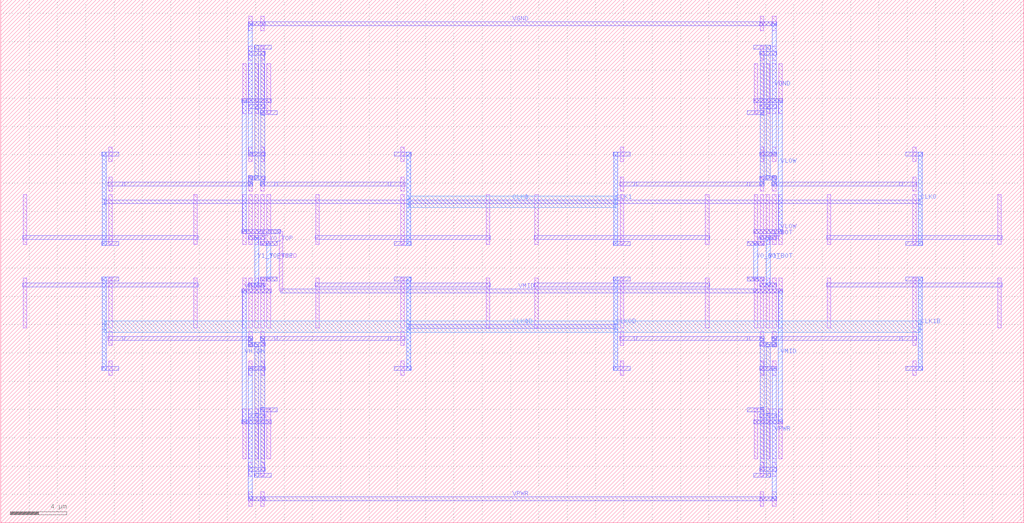
<source format=lef>
MACRO DCDC_CONV2TO1
  ORIGIN 0 0 ;
  FOREIGN DCDC_CONV2TO1 0 0 ;
  SIZE 72.24 BY 36.96 ;
  PIN CLK0
    DIRECTION INOUT ;
    USE SIGNAL ;
    PORT 
      LAYER M3 ;
        RECT 7.17 19.58 7.45 26.2 ;
      LAYER M3 ;
        RECT 64.79 19.58 65.07 26.2 ;
      LAYER M3 ;
        RECT 7.17 22.495 7.45 22.865 ;
      LAYER M2 ;
        RECT 7.31 22.54 64.93 22.82 ;
      LAYER M3 ;
        RECT 64.79 22.495 65.07 22.865 ;
    END
  END CLK0
  PIN CLK0B
    DIRECTION INOUT ;
    USE SIGNAL ;
    PORT 
      LAYER M3 ;
        RECT 28.67 10.76 28.95 17.38 ;
      LAYER M3 ;
        RECT 43.29 10.76 43.57 17.38 ;
      LAYER M3 ;
        RECT 28.67 13.675 28.95 14.045 ;
      LAYER M2 ;
        RECT 28.81 13.72 43.43 14 ;
      LAYER M3 ;
        RECT 43.29 13.675 43.57 14.045 ;
    END
  END CLK0B
  PIN CLK1
    DIRECTION INOUT ;
    USE SIGNAL ;
    PORT 
      LAYER M3 ;
        RECT 28.67 19.58 28.95 26.2 ;
      LAYER M3 ;
        RECT 43.29 19.58 43.57 26.2 ;
      LAYER M3 ;
        RECT 28.67 22.495 28.95 22.865 ;
      LAYER M4 ;
        RECT 28.81 22.28 43.43 23.08 ;
      LAYER M3 ;
        RECT 43.29 22.495 43.57 22.865 ;
    END
  END CLK1
  PIN CLK1B
    DIRECTION INOUT ;
    USE SIGNAL ;
    PORT 
      LAYER M3 ;
        RECT 7.17 10.76 7.45 17.38 ;
      LAYER M3 ;
        RECT 64.79 10.76 65.07 17.38 ;
      LAYER M3 ;
        RECT 7.17 13.675 7.45 14.045 ;
      LAYER M4 ;
        RECT 7.31 13.46 64.93 14.26 ;
      LAYER M3 ;
        RECT 64.79 13.675 65.07 14.045 ;
    END
  END CLK1B
  PIN VGND
    DIRECTION INOUT ;
    USE SIGNAL ;
    PORT 
      LAYER M2 ;
        RECT 17.46 35.14 18.66 35.42 ;
      LAYER M2 ;
        RECT 17.46 25.9 18.66 26.18 ;
      LAYER M2 ;
        RECT 17.47 35.14 17.79 35.42 ;
      LAYER M3 ;
        RECT 17.49 26.04 17.77 35.28 ;
      LAYER M2 ;
        RECT 17.47 25.9 17.79 26.18 ;
      LAYER M2 ;
        RECT 53.58 35.14 54.78 35.42 ;
      LAYER M2 ;
        RECT 53.58 25.9 54.78 26.18 ;
      LAYER M2 ;
        RECT 54.45 35.14 54.77 35.42 ;
      LAYER M3 ;
        RECT 54.47 26.04 54.75 35.28 ;
      LAYER M2 ;
        RECT 54.45 25.9 54.77 26.18 ;
      LAYER M2 ;
        RECT 18.49 35.14 53.75 35.42 ;
    END
  END VGND
  PIN VHIGH
    DIRECTION INOUT ;
    USE SIGNAL ;
    PORT 
      LAYER M2 ;
        RECT 17.03 7 19.09 7.28 ;
      LAYER M2 ;
        RECT 17.03 16.24 19.09 16.52 ;
      LAYER M2 ;
        RECT 17.04 7 17.36 7.28 ;
      LAYER M3 ;
        RECT 17.06 7.14 17.34 16.38 ;
      LAYER M2 ;
        RECT 17.04 16.24 17.36 16.52 ;
    END
  END VHIGH
  PIN VLOW
    DIRECTION INOUT ;
    USE SIGNAL ;
    PORT 
      LAYER M2 ;
        RECT 53.15 29.68 55.21 29.96 ;
      LAYER M2 ;
        RECT 53.15 20.44 55.21 20.72 ;
      LAYER M2 ;
        RECT 54.88 29.68 55.2 29.96 ;
      LAYER M3 ;
        RECT 54.9 20.58 55.18 29.82 ;
      LAYER M2 ;
        RECT 54.88 20.44 55.2 20.72 ;
    END
  END VLOW
  PIN VMID
    DIRECTION INOUT ;
    USE SIGNAL ;
    PORT 
      LAYER M2 ;
        RECT 17.03 29.68 19.09 29.96 ;
      LAYER M2 ;
        RECT 17.03 20.44 19.09 20.72 ;
      LAYER M2 ;
        RECT 17.04 29.68 17.36 29.96 ;
      LAYER M3 ;
        RECT 17.06 20.58 17.34 29.82 ;
      LAYER M2 ;
        RECT 17.04 20.44 17.36 20.72 ;
      LAYER M2 ;
        RECT 53.15 7 55.21 7.28 ;
      LAYER M2 ;
        RECT 53.15 16.24 55.21 16.52 ;
      LAYER M2 ;
        RECT 54.88 7 55.2 7.28 ;
      LAYER M3 ;
        RECT 54.9 7.14 55.18 16.38 ;
      LAYER M2 ;
        RECT 54.88 16.24 55.2 16.52 ;
      LAYER M2 ;
        RECT 18.92 20.44 19.78 20.72 ;
      LAYER M1 ;
        RECT 19.655 16.38 19.905 20.58 ;
      LAYER M2 ;
        RECT 19.78 16.24 53.32 16.52 ;
    END
  END VMID
  PIN VPWR
    DIRECTION INOUT ;
    USE SIGNAL ;
    PORT 
      LAYER M2 ;
        RECT 17.46 1.54 18.66 1.82 ;
      LAYER M2 ;
        RECT 17.46 10.78 18.66 11.06 ;
      LAYER M2 ;
        RECT 17.47 1.54 17.79 1.82 ;
      LAYER M3 ;
        RECT 17.49 1.68 17.77 10.92 ;
      LAYER M2 ;
        RECT 17.47 10.78 17.79 11.06 ;
      LAYER M2 ;
        RECT 53.58 1.54 54.78 1.82 ;
      LAYER M2 ;
        RECT 53.58 10.78 54.78 11.06 ;
      LAYER M2 ;
        RECT 54.45 1.54 54.77 1.82 ;
      LAYER M3 ;
        RECT 54.47 1.68 54.75 10.92 ;
      LAYER M2 ;
        RECT 54.45 10.78 54.77 11.06 ;
      LAYER M2 ;
        RECT 18.49 1.54 53.75 1.82 ;
    END
  END VPWR
  PIN Y0_BOT
    DIRECTION INOUT ;
    USE SIGNAL ;
    PORT 
      LAYER M2 ;
        RECT 52.72 17.08 53.92 17.36 ;
      LAYER M2 ;
        RECT 52.72 19.6 53.92 19.88 ;
      LAYER M2 ;
        RECT 53.16 17.08 53.48 17.36 ;
      LAYER M3 ;
        RECT 53.18 17.22 53.46 19.74 ;
      LAYER M2 ;
        RECT 53.16 19.6 53.48 19.88 ;
    END
  END Y0_BOT
  PIN Y0_TOP
    DIRECTION INOUT ;
    USE SIGNAL ;
    PORT 
      LAYER M2 ;
        RECT 18.32 17.08 19.52 17.36 ;
      LAYER M2 ;
        RECT 18.32 19.6 19.52 19.88 ;
      LAYER M2 ;
        RECT 18.76 17.08 19.08 17.36 ;
      LAYER M3 ;
        RECT 18.78 17.22 19.06 19.74 ;
      LAYER M2 ;
        RECT 18.76 19.6 19.08 19.88 ;
    END
  END Y0_TOP
  PIN Y1_BOT
    DIRECTION INOUT ;
    USE SIGNAL ;
    PORT 
      LAYER M2 ;
        RECT 53.58 16.66 54.78 16.94 ;
      LAYER M2 ;
        RECT 53.58 20.02 54.78 20.3 ;
      LAYER M2 ;
        RECT 54.02 16.66 54.34 16.94 ;
      LAYER M3 ;
        RECT 54.04 16.8 54.32 20.16 ;
      LAYER M2 ;
        RECT 54.02 20.02 54.34 20.3 ;
    END
  END Y1_BOT
  PIN Y1_TOP
    DIRECTION INOUT ;
    USE SIGNAL ;
    PORT 
      LAYER M2 ;
        RECT 17.46 16.66 18.66 16.94 ;
      LAYER M2 ;
        RECT 17.46 20.02 18.66 20.3 ;
      LAYER M2 ;
        RECT 17.9 16.66 18.22 16.94 ;
      LAYER M3 ;
        RECT 17.92 16.8 18.2 20.16 ;
      LAYER M2 ;
        RECT 17.9 20.02 18.22 20.3 ;
    END
  END Y1_TOP
  OBS 
  LAYER M3 ;
        RECT 18.35 3.62 18.63 8.14 ;
  LAYER M2 ;
        RECT 18.32 12.88 19.52 13.16 ;
  LAYER M2 ;
        RECT 27.35 12.88 28.55 13.16 ;
  LAYER M3 ;
        RECT 18.35 7.98 18.63 13.02 ;
  LAYER M2 ;
        RECT 18.33 12.88 18.65 13.16 ;
  LAYER M2 ;
        RECT 19.35 12.88 27.52 13.16 ;
  LAYER M2 ;
        RECT 18.33 12.88 18.65 13.16 ;
  LAYER M3 ;
        RECT 18.35 12.86 18.63 13.18 ;
  LAYER M2 ;
        RECT 18.33 12.88 18.65 13.16 ;
  LAYER M3 ;
        RECT 18.35 12.86 18.63 13.18 ;
  LAYER M2 ;
        RECT 18.33 12.88 18.65 13.16 ;
  LAYER M3 ;
        RECT 18.35 12.86 18.63 13.18 ;
  LAYER M2 ;
        RECT 18.33 12.88 18.65 13.16 ;
  LAYER M3 ;
        RECT 18.35 12.86 18.63 13.18 ;
  LAYER M3 ;
        RECT 17.92 3.2 18.2 7.72 ;
  LAYER M2 ;
        RECT 17.46 12.46 18.66 12.74 ;
  LAYER M2 ;
        RECT 7.57 12.88 8.77 13.16 ;
  LAYER M3 ;
        RECT 17.92 7.56 18.2 12.6 ;
  LAYER M2 ;
        RECT 17.9 12.46 18.22 12.74 ;
  LAYER M2 ;
        RECT 17.47 12.46 17.79 12.74 ;
  LAYER M3 ;
        RECT 17.49 12.6 17.77 13.02 ;
  LAYER M2 ;
        RECT 8.6 12.88 17.63 13.16 ;
  LAYER M2 ;
        RECT 17.9 12.46 18.22 12.74 ;
  LAYER M3 ;
        RECT 17.92 12.44 18.2 12.76 ;
  LAYER M2 ;
        RECT 17.9 12.46 18.22 12.74 ;
  LAYER M3 ;
        RECT 17.92 12.44 18.2 12.76 ;
  LAYER M2 ;
        RECT 17.47 12.46 17.79 12.74 ;
  LAYER M3 ;
        RECT 17.49 12.44 17.77 12.76 ;
  LAYER M2 ;
        RECT 17.47 12.88 17.79 13.16 ;
  LAYER M3 ;
        RECT 17.49 12.86 17.77 13.18 ;
  LAYER M2 ;
        RECT 17.9 12.46 18.22 12.74 ;
  LAYER M3 ;
        RECT 17.92 12.44 18.2 12.76 ;
  LAYER M2 ;
        RECT 17.47 12.46 17.79 12.74 ;
  LAYER M3 ;
        RECT 17.49 12.44 17.77 12.76 ;
  LAYER M2 ;
        RECT 17.47 12.88 17.79 13.16 ;
  LAYER M3 ;
        RECT 17.49 12.86 17.77 13.18 ;
  LAYER M2 ;
        RECT 17.9 12.46 18.22 12.74 ;
  LAYER M3 ;
        RECT 17.92 12.44 18.2 12.76 ;
  LAYER M1 ;
        RECT 18.365 4.535 18.615 8.065 ;
  LAYER M1 ;
        RECT 18.365 3.275 18.615 4.285 ;
  LAYER M1 ;
        RECT 18.365 1.175 18.615 2.185 ;
  LAYER M1 ;
        RECT 18.795 4.535 19.045 8.065 ;
  LAYER M1 ;
        RECT 17.935 4.535 18.185 8.065 ;
  LAYER M1 ;
        RECT 17.505 4.535 17.755 8.065 ;
  LAYER M1 ;
        RECT 17.505 3.275 17.755 4.285 ;
  LAYER M1 ;
        RECT 17.505 1.175 17.755 2.185 ;
  LAYER M1 ;
        RECT 17.075 4.535 17.325 8.065 ;
  LAYER M2 ;
        RECT 18.32 7.84 19.52 8.12 ;
  LAYER M2 ;
        RECT 17.46 3.64 18.66 3.92 ;
  LAYER M2 ;
        RECT 17.46 7.42 18.66 7.7 ;
  LAYER M2 ;
        RECT 17.89 3.22 19.09 3.5 ;
  LAYER M2 ;
        RECT 17.46 1.54 18.66 1.82 ;
  LAYER M3 ;
        RECT 18.35 3.62 18.63 8.14 ;
  LAYER M3 ;
        RECT 17.92 3.2 18.2 7.72 ;
  LAYER M2 ;
        RECT 17.03 7 19.09 7.28 ;
  LAYER M1 ;
        RECT 18.365 13.775 18.615 17.305 ;
  LAYER M1 ;
        RECT 18.365 12.515 18.615 13.525 ;
  LAYER M1 ;
        RECT 18.365 10.415 18.615 11.425 ;
  LAYER M1 ;
        RECT 18.795 13.775 19.045 17.305 ;
  LAYER M1 ;
        RECT 17.935 13.775 18.185 17.305 ;
  LAYER M1 ;
        RECT 17.505 13.775 17.755 17.305 ;
  LAYER M1 ;
        RECT 17.505 12.515 17.755 13.525 ;
  LAYER M1 ;
        RECT 17.505 10.415 17.755 11.425 ;
  LAYER M1 ;
        RECT 17.075 13.775 17.325 17.305 ;
  LAYER M2 ;
        RECT 17.46 10.78 18.66 11.06 ;
  LAYER M2 ;
        RECT 18.32 17.08 19.52 17.36 ;
  LAYER M2 ;
        RECT 17.46 16.66 18.66 16.94 ;
  LAYER M2 ;
        RECT 18.32 12.88 19.52 13.16 ;
  LAYER M2 ;
        RECT 17.46 12.46 18.66 12.74 ;
  LAYER M2 ;
        RECT 17.03 16.24 19.09 16.52 ;
  LAYER M1 ;
        RECT 28.255 13.775 28.505 17.305 ;
  LAYER M1 ;
        RECT 28.255 12.515 28.505 13.525 ;
  LAYER M1 ;
        RECT 28.255 10.415 28.505 11.425 ;
  LAYER M1 ;
        RECT 22.235 13.775 22.485 17.305 ;
  LAYER M1 ;
        RECT 34.275 13.775 34.525 17.305 ;
  LAYER M2 ;
        RECT 27.78 10.78 28.98 11.06 ;
  LAYER M2 ;
        RECT 27.78 17.08 28.98 17.36 ;
  LAYER M2 ;
        RECT 22.19 16.66 34.57 16.94 ;
  LAYER M2 ;
        RECT 27.35 12.88 28.55 13.16 ;
  LAYER M3 ;
        RECT 28.67 10.76 28.95 17.38 ;
  LAYER M1 ;
        RECT 7.615 13.775 7.865 17.305 ;
  LAYER M1 ;
        RECT 7.615 12.515 7.865 13.525 ;
  LAYER M1 ;
        RECT 7.615 10.415 7.865 11.425 ;
  LAYER M1 ;
        RECT 13.635 13.775 13.885 17.305 ;
  LAYER M1 ;
        RECT 1.595 13.775 1.845 17.305 ;
  LAYER M2 ;
        RECT 7.14 10.78 8.34 11.06 ;
  LAYER M2 ;
        RECT 7.14 17.08 8.34 17.36 ;
  LAYER M2 ;
        RECT 1.55 16.66 13.93 16.94 ;
  LAYER M2 ;
        RECT 7.57 12.88 8.77 13.16 ;
  LAYER M3 ;
        RECT 7.17 10.76 7.45 17.38 ;
  LAYER M3 ;
        RECT 18.35 28.82 18.63 33.34 ;
  LAYER M2 ;
        RECT 18.32 23.8 19.52 24.08 ;
  LAYER M2 ;
        RECT 27.35 23.8 28.55 24.08 ;
  LAYER M3 ;
        RECT 18.35 23.94 18.63 28.98 ;
  LAYER M2 ;
        RECT 18.33 23.8 18.65 24.08 ;
  LAYER M2 ;
        RECT 19.35 23.8 27.52 24.08 ;
  LAYER M2 ;
        RECT 18.33 23.8 18.65 24.08 ;
  LAYER M3 ;
        RECT 18.35 23.78 18.63 24.1 ;
  LAYER M2 ;
        RECT 18.33 23.8 18.65 24.08 ;
  LAYER M3 ;
        RECT 18.35 23.78 18.63 24.1 ;
  LAYER M2 ;
        RECT 18.33 23.8 18.65 24.08 ;
  LAYER M3 ;
        RECT 18.35 23.78 18.63 24.1 ;
  LAYER M2 ;
        RECT 18.33 23.8 18.65 24.08 ;
  LAYER M3 ;
        RECT 18.35 23.78 18.63 24.1 ;
  LAYER M3 ;
        RECT 17.92 29.24 18.2 33.76 ;
  LAYER M2 ;
        RECT 17.46 24.22 18.66 24.5 ;
  LAYER M2 ;
        RECT 7.57 23.8 8.77 24.08 ;
  LAYER M3 ;
        RECT 17.92 24.36 18.2 29.4 ;
  LAYER M2 ;
        RECT 17.9 24.22 18.22 24.5 ;
  LAYER M2 ;
        RECT 17.47 24.22 17.79 24.5 ;
  LAYER M3 ;
        RECT 17.49 23.94 17.77 24.36 ;
  LAYER M2 ;
        RECT 8.6 23.8 17.63 24.08 ;
  LAYER M2 ;
        RECT 17.9 24.22 18.22 24.5 ;
  LAYER M3 ;
        RECT 17.92 24.2 18.2 24.52 ;
  LAYER M2 ;
        RECT 17.9 24.22 18.22 24.5 ;
  LAYER M3 ;
        RECT 17.92 24.2 18.2 24.52 ;
  LAYER M2 ;
        RECT 17.47 24.22 17.79 24.5 ;
  LAYER M3 ;
        RECT 17.49 24.2 17.77 24.52 ;
  LAYER M2 ;
        RECT 17.47 23.8 17.79 24.08 ;
  LAYER M3 ;
        RECT 17.49 23.78 17.77 24.1 ;
  LAYER M2 ;
        RECT 17.9 24.22 18.22 24.5 ;
  LAYER M3 ;
        RECT 17.92 24.2 18.2 24.52 ;
  LAYER M2 ;
        RECT 17.47 24.22 17.79 24.5 ;
  LAYER M3 ;
        RECT 17.49 24.2 17.77 24.52 ;
  LAYER M2 ;
        RECT 17.47 23.8 17.79 24.08 ;
  LAYER M3 ;
        RECT 17.49 23.78 17.77 24.1 ;
  LAYER M2 ;
        RECT 17.9 24.22 18.22 24.5 ;
  LAYER M3 ;
        RECT 17.92 24.2 18.2 24.52 ;
  LAYER M1 ;
        RECT 18.365 28.895 18.615 32.425 ;
  LAYER M1 ;
        RECT 18.365 32.675 18.615 33.685 ;
  LAYER M1 ;
        RECT 18.365 34.775 18.615 35.785 ;
  LAYER M1 ;
        RECT 18.795 28.895 19.045 32.425 ;
  LAYER M1 ;
        RECT 17.935 28.895 18.185 32.425 ;
  LAYER M1 ;
        RECT 17.505 28.895 17.755 32.425 ;
  LAYER M1 ;
        RECT 17.505 32.675 17.755 33.685 ;
  LAYER M1 ;
        RECT 17.505 34.775 17.755 35.785 ;
  LAYER M1 ;
        RECT 17.075 28.895 17.325 32.425 ;
  LAYER M2 ;
        RECT 18.32 28.84 19.52 29.12 ;
  LAYER M2 ;
        RECT 17.46 33.04 18.66 33.32 ;
  LAYER M2 ;
        RECT 17.46 29.26 18.66 29.54 ;
  LAYER M2 ;
        RECT 17.89 33.46 19.09 33.74 ;
  LAYER M2 ;
        RECT 17.46 35.14 18.66 35.42 ;
  LAYER M3 ;
        RECT 18.35 28.82 18.63 33.34 ;
  LAYER M3 ;
        RECT 17.92 29.24 18.2 33.76 ;
  LAYER M2 ;
        RECT 17.03 29.68 19.09 29.96 ;
  LAYER M1 ;
        RECT 18.365 19.655 18.615 23.185 ;
  LAYER M1 ;
        RECT 18.365 23.435 18.615 24.445 ;
  LAYER M1 ;
        RECT 18.365 25.535 18.615 26.545 ;
  LAYER M1 ;
        RECT 18.795 19.655 19.045 23.185 ;
  LAYER M1 ;
        RECT 17.935 19.655 18.185 23.185 ;
  LAYER M1 ;
        RECT 17.505 19.655 17.755 23.185 ;
  LAYER M1 ;
        RECT 17.505 23.435 17.755 24.445 ;
  LAYER M1 ;
        RECT 17.505 25.535 17.755 26.545 ;
  LAYER M1 ;
        RECT 17.075 19.655 17.325 23.185 ;
  LAYER M2 ;
        RECT 17.46 25.9 18.66 26.18 ;
  LAYER M2 ;
        RECT 18.32 19.6 19.52 19.88 ;
  LAYER M2 ;
        RECT 17.46 20.02 18.66 20.3 ;
  LAYER M2 ;
        RECT 18.32 23.8 19.52 24.08 ;
  LAYER M2 ;
        RECT 17.46 24.22 18.66 24.5 ;
  LAYER M2 ;
        RECT 17.03 20.44 19.09 20.72 ;
  LAYER M1 ;
        RECT 28.255 19.655 28.505 23.185 ;
  LAYER M1 ;
        RECT 28.255 23.435 28.505 24.445 ;
  LAYER M1 ;
        RECT 28.255 25.535 28.505 26.545 ;
  LAYER M1 ;
        RECT 22.235 19.655 22.485 23.185 ;
  LAYER M1 ;
        RECT 34.275 19.655 34.525 23.185 ;
  LAYER M2 ;
        RECT 27.78 25.9 28.98 26.18 ;
  LAYER M2 ;
        RECT 27.78 19.6 28.98 19.88 ;
  LAYER M2 ;
        RECT 22.19 20.02 34.57 20.3 ;
  LAYER M2 ;
        RECT 27.35 23.8 28.55 24.08 ;
  LAYER M3 ;
        RECT 28.67 19.58 28.95 26.2 ;
  LAYER M1 ;
        RECT 7.615 19.655 7.865 23.185 ;
  LAYER M1 ;
        RECT 7.615 23.435 7.865 24.445 ;
  LAYER M1 ;
        RECT 7.615 25.535 7.865 26.545 ;
  LAYER M1 ;
        RECT 13.635 19.655 13.885 23.185 ;
  LAYER M1 ;
        RECT 1.595 19.655 1.845 23.185 ;
  LAYER M2 ;
        RECT 7.14 25.9 8.34 26.18 ;
  LAYER M2 ;
        RECT 7.14 19.6 8.34 19.88 ;
  LAYER M2 ;
        RECT 1.55 20.02 13.93 20.3 ;
  LAYER M2 ;
        RECT 7.57 23.8 8.77 24.08 ;
  LAYER M3 ;
        RECT 7.17 19.58 7.45 26.2 ;
  LAYER M3 ;
        RECT 53.61 3.62 53.89 8.14 ;
  LAYER M2 ;
        RECT 52.72 12.88 53.92 13.16 ;
  LAYER M2 ;
        RECT 43.69 12.88 44.89 13.16 ;
  LAYER M3 ;
        RECT 53.61 7.98 53.89 13.02 ;
  LAYER M2 ;
        RECT 53.59 12.88 53.91 13.16 ;
  LAYER M2 ;
        RECT 44.72 12.88 52.89 13.16 ;
  LAYER M2 ;
        RECT 53.59 12.88 53.91 13.16 ;
  LAYER M3 ;
        RECT 53.61 12.86 53.89 13.18 ;
  LAYER M2 ;
        RECT 53.59 12.88 53.91 13.16 ;
  LAYER M3 ;
        RECT 53.61 12.86 53.89 13.18 ;
  LAYER M2 ;
        RECT 53.59 12.88 53.91 13.16 ;
  LAYER M3 ;
        RECT 53.61 12.86 53.89 13.18 ;
  LAYER M2 ;
        RECT 53.59 12.88 53.91 13.16 ;
  LAYER M3 ;
        RECT 53.61 12.86 53.89 13.18 ;
  LAYER M3 ;
        RECT 54.04 3.2 54.32 7.72 ;
  LAYER M2 ;
        RECT 53.58 12.46 54.78 12.74 ;
  LAYER M2 ;
        RECT 63.47 12.88 64.67 13.16 ;
  LAYER M3 ;
        RECT 54.04 7.56 54.32 12.6 ;
  LAYER M2 ;
        RECT 54.02 12.46 54.34 12.74 ;
  LAYER M2 ;
        RECT 54.45 12.46 54.77 12.74 ;
  LAYER M3 ;
        RECT 54.47 12.6 54.75 13.02 ;
  LAYER M2 ;
        RECT 54.61 12.88 63.64 13.16 ;
  LAYER M2 ;
        RECT 54.02 12.46 54.34 12.74 ;
  LAYER M3 ;
        RECT 54.04 12.44 54.32 12.76 ;
  LAYER M2 ;
        RECT 54.02 12.46 54.34 12.74 ;
  LAYER M3 ;
        RECT 54.04 12.44 54.32 12.76 ;
  LAYER M2 ;
        RECT 54.45 12.46 54.77 12.74 ;
  LAYER M3 ;
        RECT 54.47 12.44 54.75 12.76 ;
  LAYER M2 ;
        RECT 54.45 12.88 54.77 13.16 ;
  LAYER M3 ;
        RECT 54.47 12.86 54.75 13.18 ;
  LAYER M2 ;
        RECT 54.02 12.46 54.34 12.74 ;
  LAYER M3 ;
        RECT 54.04 12.44 54.32 12.76 ;
  LAYER M2 ;
        RECT 54.45 12.46 54.77 12.74 ;
  LAYER M3 ;
        RECT 54.47 12.44 54.75 12.76 ;
  LAYER M2 ;
        RECT 54.45 12.88 54.77 13.16 ;
  LAYER M3 ;
        RECT 54.47 12.86 54.75 13.18 ;
  LAYER M2 ;
        RECT 54.02 12.46 54.34 12.74 ;
  LAYER M3 ;
        RECT 54.04 12.44 54.32 12.76 ;
  LAYER M1 ;
        RECT 53.625 4.535 53.875 8.065 ;
  LAYER M1 ;
        RECT 53.625 3.275 53.875 4.285 ;
  LAYER M1 ;
        RECT 53.625 1.175 53.875 2.185 ;
  LAYER M1 ;
        RECT 53.195 4.535 53.445 8.065 ;
  LAYER M1 ;
        RECT 54.055 4.535 54.305 8.065 ;
  LAYER M1 ;
        RECT 54.485 4.535 54.735 8.065 ;
  LAYER M1 ;
        RECT 54.485 3.275 54.735 4.285 ;
  LAYER M1 ;
        RECT 54.485 1.175 54.735 2.185 ;
  LAYER M1 ;
        RECT 54.915 4.535 55.165 8.065 ;
  LAYER M2 ;
        RECT 52.72 7.84 53.92 8.12 ;
  LAYER M2 ;
        RECT 53.58 3.64 54.78 3.92 ;
  LAYER M2 ;
        RECT 53.58 7.42 54.78 7.7 ;
  LAYER M2 ;
        RECT 53.15 3.22 54.35 3.5 ;
  LAYER M2 ;
        RECT 53.58 1.54 54.78 1.82 ;
  LAYER M3 ;
        RECT 53.61 3.62 53.89 8.14 ;
  LAYER M3 ;
        RECT 54.04 3.2 54.32 7.72 ;
  LAYER M2 ;
        RECT 53.15 7 55.21 7.28 ;
  LAYER M1 ;
        RECT 53.625 13.775 53.875 17.305 ;
  LAYER M1 ;
        RECT 53.625 12.515 53.875 13.525 ;
  LAYER M1 ;
        RECT 53.625 10.415 53.875 11.425 ;
  LAYER M1 ;
        RECT 53.195 13.775 53.445 17.305 ;
  LAYER M1 ;
        RECT 54.055 13.775 54.305 17.305 ;
  LAYER M1 ;
        RECT 54.485 13.775 54.735 17.305 ;
  LAYER M1 ;
        RECT 54.485 12.515 54.735 13.525 ;
  LAYER M1 ;
        RECT 54.485 10.415 54.735 11.425 ;
  LAYER M1 ;
        RECT 54.915 13.775 55.165 17.305 ;
  LAYER M2 ;
        RECT 53.58 10.78 54.78 11.06 ;
  LAYER M2 ;
        RECT 52.72 17.08 53.92 17.36 ;
  LAYER M2 ;
        RECT 53.58 16.66 54.78 16.94 ;
  LAYER M2 ;
        RECT 52.72 12.88 53.92 13.16 ;
  LAYER M2 ;
        RECT 53.58 12.46 54.78 12.74 ;
  LAYER M2 ;
        RECT 53.15 16.24 55.21 16.52 ;
  LAYER M1 ;
        RECT 43.735 13.775 43.985 17.305 ;
  LAYER M1 ;
        RECT 43.735 12.515 43.985 13.525 ;
  LAYER M1 ;
        RECT 43.735 10.415 43.985 11.425 ;
  LAYER M1 ;
        RECT 49.755 13.775 50.005 17.305 ;
  LAYER M1 ;
        RECT 37.715 13.775 37.965 17.305 ;
  LAYER M2 ;
        RECT 43.26 10.78 44.46 11.06 ;
  LAYER M2 ;
        RECT 43.26 17.08 44.46 17.36 ;
  LAYER M2 ;
        RECT 37.67 16.66 50.05 16.94 ;
  LAYER M2 ;
        RECT 43.69 12.88 44.89 13.16 ;
  LAYER M3 ;
        RECT 43.29 10.76 43.57 17.38 ;
  LAYER M1 ;
        RECT 64.375 13.775 64.625 17.305 ;
  LAYER M1 ;
        RECT 64.375 12.515 64.625 13.525 ;
  LAYER M1 ;
        RECT 64.375 10.415 64.625 11.425 ;
  LAYER M1 ;
        RECT 58.355 13.775 58.605 17.305 ;
  LAYER M1 ;
        RECT 70.395 13.775 70.645 17.305 ;
  LAYER M2 ;
        RECT 63.9 10.78 65.1 11.06 ;
  LAYER M2 ;
        RECT 63.9 17.08 65.1 17.36 ;
  LAYER M2 ;
        RECT 58.31 16.66 70.69 16.94 ;
  LAYER M2 ;
        RECT 63.47 12.88 64.67 13.16 ;
  LAYER M3 ;
        RECT 64.79 10.76 65.07 17.38 ;
  LAYER M3 ;
        RECT 53.61 28.82 53.89 33.34 ;
  LAYER M2 ;
        RECT 52.72 23.8 53.92 24.08 ;
  LAYER M2 ;
        RECT 43.69 23.8 44.89 24.08 ;
  LAYER M3 ;
        RECT 53.61 23.94 53.89 28.98 ;
  LAYER M2 ;
        RECT 53.59 23.8 53.91 24.08 ;
  LAYER M2 ;
        RECT 44.72 23.8 52.89 24.08 ;
  LAYER M2 ;
        RECT 53.59 23.8 53.91 24.08 ;
  LAYER M3 ;
        RECT 53.61 23.78 53.89 24.1 ;
  LAYER M2 ;
        RECT 53.59 23.8 53.91 24.08 ;
  LAYER M3 ;
        RECT 53.61 23.78 53.89 24.1 ;
  LAYER M2 ;
        RECT 53.59 23.8 53.91 24.08 ;
  LAYER M3 ;
        RECT 53.61 23.78 53.89 24.1 ;
  LAYER M2 ;
        RECT 53.59 23.8 53.91 24.08 ;
  LAYER M3 ;
        RECT 53.61 23.78 53.89 24.1 ;
  LAYER M3 ;
        RECT 54.04 29.24 54.32 33.76 ;
  LAYER M2 ;
        RECT 53.58 24.22 54.78 24.5 ;
  LAYER M2 ;
        RECT 63.47 23.8 64.67 24.08 ;
  LAYER M3 ;
        RECT 54.04 24.36 54.32 29.4 ;
  LAYER M2 ;
        RECT 54.02 24.22 54.34 24.5 ;
  LAYER M2 ;
        RECT 54.45 24.22 54.77 24.5 ;
  LAYER M3 ;
        RECT 54.47 23.94 54.75 24.36 ;
  LAYER M2 ;
        RECT 54.61 23.8 63.64 24.08 ;
  LAYER M2 ;
        RECT 54.02 24.22 54.34 24.5 ;
  LAYER M3 ;
        RECT 54.04 24.2 54.32 24.52 ;
  LAYER M2 ;
        RECT 54.02 24.22 54.34 24.5 ;
  LAYER M3 ;
        RECT 54.04 24.2 54.32 24.52 ;
  LAYER M2 ;
        RECT 54.45 24.22 54.77 24.5 ;
  LAYER M3 ;
        RECT 54.47 24.2 54.75 24.52 ;
  LAYER M2 ;
        RECT 54.45 23.8 54.77 24.08 ;
  LAYER M3 ;
        RECT 54.47 23.78 54.75 24.1 ;
  LAYER M2 ;
        RECT 54.02 24.22 54.34 24.5 ;
  LAYER M3 ;
        RECT 54.04 24.2 54.32 24.52 ;
  LAYER M2 ;
        RECT 54.45 24.22 54.77 24.5 ;
  LAYER M3 ;
        RECT 54.47 24.2 54.75 24.52 ;
  LAYER M2 ;
        RECT 54.45 23.8 54.77 24.08 ;
  LAYER M3 ;
        RECT 54.47 23.78 54.75 24.1 ;
  LAYER M2 ;
        RECT 54.02 24.22 54.34 24.5 ;
  LAYER M3 ;
        RECT 54.04 24.2 54.32 24.52 ;
  LAYER M1 ;
        RECT 53.625 28.895 53.875 32.425 ;
  LAYER M1 ;
        RECT 53.625 32.675 53.875 33.685 ;
  LAYER M1 ;
        RECT 53.625 34.775 53.875 35.785 ;
  LAYER M1 ;
        RECT 53.195 28.895 53.445 32.425 ;
  LAYER M1 ;
        RECT 54.055 28.895 54.305 32.425 ;
  LAYER M1 ;
        RECT 54.485 28.895 54.735 32.425 ;
  LAYER M1 ;
        RECT 54.485 32.675 54.735 33.685 ;
  LAYER M1 ;
        RECT 54.485 34.775 54.735 35.785 ;
  LAYER M1 ;
        RECT 54.915 28.895 55.165 32.425 ;
  LAYER M2 ;
        RECT 52.72 28.84 53.92 29.12 ;
  LAYER M2 ;
        RECT 53.58 33.04 54.78 33.32 ;
  LAYER M2 ;
        RECT 53.58 29.26 54.78 29.54 ;
  LAYER M2 ;
        RECT 53.15 33.46 54.35 33.74 ;
  LAYER M2 ;
        RECT 53.58 35.14 54.78 35.42 ;
  LAYER M3 ;
        RECT 53.61 28.82 53.89 33.34 ;
  LAYER M3 ;
        RECT 54.04 29.24 54.32 33.76 ;
  LAYER M2 ;
        RECT 53.15 29.68 55.21 29.96 ;
  LAYER M1 ;
        RECT 53.625 19.655 53.875 23.185 ;
  LAYER M1 ;
        RECT 53.625 23.435 53.875 24.445 ;
  LAYER M1 ;
        RECT 53.625 25.535 53.875 26.545 ;
  LAYER M1 ;
        RECT 53.195 19.655 53.445 23.185 ;
  LAYER M1 ;
        RECT 54.055 19.655 54.305 23.185 ;
  LAYER M1 ;
        RECT 54.485 19.655 54.735 23.185 ;
  LAYER M1 ;
        RECT 54.485 23.435 54.735 24.445 ;
  LAYER M1 ;
        RECT 54.485 25.535 54.735 26.545 ;
  LAYER M1 ;
        RECT 54.915 19.655 55.165 23.185 ;
  LAYER M2 ;
        RECT 53.58 25.9 54.78 26.18 ;
  LAYER M2 ;
        RECT 52.72 19.6 53.92 19.88 ;
  LAYER M2 ;
        RECT 53.58 20.02 54.78 20.3 ;
  LAYER M2 ;
        RECT 52.72 23.8 53.92 24.08 ;
  LAYER M2 ;
        RECT 53.58 24.22 54.78 24.5 ;
  LAYER M2 ;
        RECT 53.15 20.44 55.21 20.72 ;
  LAYER M1 ;
        RECT 43.735 19.655 43.985 23.185 ;
  LAYER M1 ;
        RECT 43.735 23.435 43.985 24.445 ;
  LAYER M1 ;
        RECT 43.735 25.535 43.985 26.545 ;
  LAYER M1 ;
        RECT 49.755 19.655 50.005 23.185 ;
  LAYER M1 ;
        RECT 37.715 19.655 37.965 23.185 ;
  LAYER M2 ;
        RECT 43.26 25.9 44.46 26.18 ;
  LAYER M2 ;
        RECT 43.26 19.6 44.46 19.88 ;
  LAYER M2 ;
        RECT 37.67 20.02 50.05 20.3 ;
  LAYER M2 ;
        RECT 43.69 23.8 44.89 24.08 ;
  LAYER M3 ;
        RECT 43.29 19.58 43.57 26.2 ;
  LAYER M1 ;
        RECT 64.375 19.655 64.625 23.185 ;
  LAYER M1 ;
        RECT 64.375 23.435 64.625 24.445 ;
  LAYER M1 ;
        RECT 64.375 25.535 64.625 26.545 ;
  LAYER M1 ;
        RECT 58.355 19.655 58.605 23.185 ;
  LAYER M1 ;
        RECT 70.395 19.655 70.645 23.185 ;
  LAYER M2 ;
        RECT 63.9 25.9 65.1 26.18 ;
  LAYER M2 ;
        RECT 63.9 19.6 65.1 19.88 ;
  LAYER M2 ;
        RECT 58.31 20.02 70.69 20.3 ;
  LAYER M2 ;
        RECT 63.47 23.8 64.67 24.08 ;
  LAYER M3 ;
        RECT 64.79 19.58 65.07 26.2 ;
  END 
END DCDC_CONV2TO1

</source>
